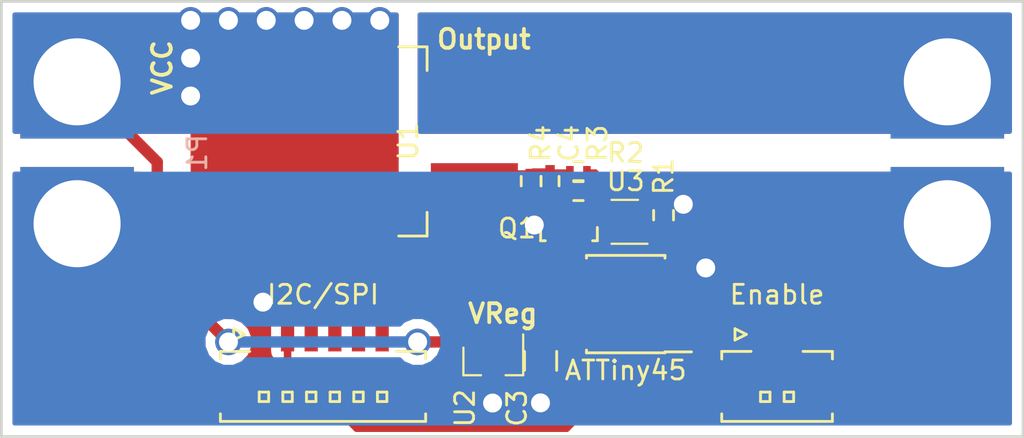
<source format=kicad_pcb>
(kicad_pcb (version 4) (host pcbnew 4.0.4-stable)

  (general
    (links 34)
    (no_connects 0)
    (area 112.924999 80.924999 167.075001 104.075001)
    (thickness 1.6)
    (drawings 7)
    (tracks 118)
    (zones 0)
    (modules 15)
    (nets 15)
  )

  (page A4)
  (layers
    (0 F.Cu signal)
    (31 B.Cu signal)
    (32 B.Adhes user)
    (33 F.Adhes user)
    (34 B.Paste user)
    (35 F.Paste user)
    (36 B.SilkS user hide)
    (37 F.SilkS user)
    (38 B.Mask user)
    (39 F.Mask user)
    (40 Dwgs.User user)
    (41 Cmts.User user)
    (42 Eco1.User user)
    (43 Eco2.User user)
    (44 Edge.Cuts user)
    (45 Margin user)
    (46 B.CrtYd user)
    (47 F.CrtYd user)
    (48 B.Fab user hide)
    (49 F.Fab user hide)
  )

  (setup
    (last_trace_width 0.6)
    (user_trace_width 0.4)
    (user_trace_width 0.5)
    (user_trace_width 0.6)
    (user_trace_width 1)
    (user_trace_width 2)
    (user_trace_width 3)
    (user_trace_width 4)
    (user_trace_width 5)
    (trace_clearance 0.2)
    (zone_clearance 0.508)
    (zone_45_only no)
    (trace_min 0.2)
    (segment_width 0.2)
    (edge_width 0.15)
    (via_size 0.6)
    (via_drill 0.4)
    (via_min_size 0.4)
    (via_min_drill 0.3)
    (user_via 1.4 1)
    (uvia_size 0.3)
    (uvia_drill 0.1)
    (uvias_allowed no)
    (uvia_min_size 0.2)
    (uvia_min_drill 0.1)
    (pcb_text_width 0.3)
    (pcb_text_size 1.5 1.5)
    (mod_edge_width 0.15)
    (mod_text_size 1 1)
    (mod_text_width 0.15)
    (pad_size 1.524 1.524)
    (pad_drill 0.762)
    (pad_to_mask_clearance 0.2)
    (aux_axis_origin 0 0)
    (visible_elements 7FFFEFFF)
    (pcbplotparams
      (layerselection 0x01000_00000001)
      (usegerberextensions false)
      (excludeedgelayer true)
      (linewidth 0.100000)
      (plotframeref false)
      (viasonmask false)
      (mode 1)
      (useauxorigin false)
      (hpglpennumber 1)
      (hpglpenspeed 20)
      (hpglpendiameter 15)
      (hpglpenoverlay 2)
      (psnegative false)
      (psa4output false)
      (plotreference true)
      (plotvalue true)
      (plotinvisibletext false)
      (padsonsilk false)
      (subtractmaskfromsilk false)
      (outputformat 1)
      (mirror false)
      (drillshape 0)
      (scaleselection 1)
      (outputdirectory ../../../../media/mdh/KINGSTON/))
  )

  (net 0 "")
  (net 1 "Net-(Q1-Pad1)")
  (net 2 GND)
  (net 3 VCC)
  (net 4 /Out)
  (net 5 /IN)
  (net 6 /Ifb)
  (net 7 "Net-(IC1-Pad2)")
  (net 8 +3V3)
  (net 9 /RESET)
  (net 10 /SDA/MOSI)
  (net 11 /MISO)
  (net 12 /SCL/SCK)
  (net 13 /ENB1)
  (net 14 /ENB2)

  (net_class Default "This is the default net class."
    (clearance 0.2)
    (trace_width 0.25)
    (via_dia 0.6)
    (via_drill 0.4)
    (uvia_dia 0.3)
    (uvia_drill 0.1)
    (add_net +3V3)
    (add_net /ENB1)
    (add_net /ENB2)
    (add_net /IN)
    (add_net /Ifb)
    (add_net /MISO)
    (add_net /Out)
    (add_net /RESET)
    (add_net /SCL/SCK)
    (add_net /SDA/MOSI)
    (add_net GND)
    (add_net "Net-(IC1-Pad2)")
    (add_net "Net-(Q1-Pad1)")
    (add_net VCC)
  )

  (net_class BigVia ""
    (clearance 0.2)
    (trace_width 0.25)
    (via_dia 1.2)
    (via_drill 1)
    (uvia_dia 0.3)
    (uvia_drill 0.1)
  )

  (module TO_SOT_Packages_SMD:SOT-23 (layer F.Cu) (tedit 553634F8) (tstamp 58357220)
    (at 143 93 180)
    (descr "SOT-23, Standard")
    (tags SOT-23)
    (path /587679DC)
    (attr smd)
    (fp_text reference Q1 (at 2.75 0 180) (layer F.SilkS)
      (effects (font (size 1 1) (thickness 0.15)))
    )
    (fp_text value BSS138 (at 0 2.3 180) (layer F.Fab)
      (effects (font (size 1 1) (thickness 0.15)))
    )
    (fp_line (start -1.65 -1.6) (end 1.65 -1.6) (layer F.CrtYd) (width 0.05))
    (fp_line (start 1.65 -1.6) (end 1.65 1.6) (layer F.CrtYd) (width 0.05))
    (fp_line (start 1.65 1.6) (end -1.65 1.6) (layer F.CrtYd) (width 0.05))
    (fp_line (start -1.65 1.6) (end -1.65 -1.6) (layer F.CrtYd) (width 0.05))
    (fp_line (start 1.29916 -0.65024) (end 1.2509 -0.65024) (layer F.SilkS) (width 0.15))
    (fp_line (start -1.49982 0.0508) (end -1.49982 -0.65024) (layer F.SilkS) (width 0.15))
    (fp_line (start -1.49982 -0.65024) (end -1.2509 -0.65024) (layer F.SilkS) (width 0.15))
    (fp_line (start 1.29916 -0.65024) (end 1.49982 -0.65024) (layer F.SilkS) (width 0.15))
    (fp_line (start 1.49982 -0.65024) (end 1.49982 0.0508) (layer F.SilkS) (width 0.15))
    (pad 1 smd rect (at -0.95 1.00076 180) (size 0.8001 0.8001) (layers F.Cu F.Paste F.Mask)
      (net 1 "Net-(Q1-Pad1)"))
    (pad 2 smd rect (at 0.95 1.00076 180) (size 0.8001 0.8001) (layers F.Cu F.Paste F.Mask)
      (net 2 GND))
    (pad 3 smd rect (at 0 -0.99822 180) (size 0.8001 0.8001) (layers F.Cu F.Paste F.Mask)
      (net 5 /IN))
    (model TO_SOT_Packages_SMD.3dshapes/SOT-23.wrl
      (at (xyz 0 0 0))
      (scale (xyz 1 1 1))
      (rotate (xyz 0 0 0))
    )
  )

  (module KiCad-MDH-IC:TO-263-!3 (layer F.Cu) (tedit 5844163F) (tstamp 58767E0A)
    (at 138 88.4 180)
    (descr "D2PAK / TO-263 3-lead smd package")
    (tags "D2PAK D2PAK-3 TO-263AB TO-263")
    (path /583564EC)
    (attr smd)
    (fp_text reference U1 (at 3.5 0 270) (layer F.SilkS)
      (effects (font (size 1 1) (thickness 0.15)))
    )
    (fp_text value AUIPS7111S (at 15.25 -0.25 270) (layer F.Fab)
      (effects (font (size 1 1) (thickness 0.15)))
    )
    (fp_line (start 14.1 5.65) (end -2.55 5.65) (layer F.CrtYd) (width 0.05))
    (fp_line (start 14.1 -5.65) (end 14.1 5.65) (layer F.CrtYd) (width 0.05))
    (fp_line (start 14.1 -5.65) (end -2.55 -5.65) (layer F.CrtYd) (width 0.05))
    (fp_line (start -2.55 -5.65) (end -2.55 5.65) (layer F.CrtYd) (width 0.05))
    (fp_line (start 2.5 5) (end 2.5 3.75) (layer F.SilkS) (width 0.15))
    (fp_line (start 2.5 5) (end 4 5) (layer F.SilkS) (width 0.15))
    (fp_line (start 2.5 -5) (end 4 -5) (layer F.SilkS) (width 0.15))
    (fp_line (start 2.5 -5) (end 2.5 -3.75) (layer F.SilkS) (width 0.15))
    (pad 5 smd rect (at 0 3.4 180) (size 4.6 1.1) (layers F.Cu F.Paste F.Mask)
      (net 4 /Out))
    (pad 4 smd rect (at 0 1.7 180) (size 4.6 1.1) (layers F.Cu F.Paste F.Mask)
      (net 4 /Out))
    (pad 2 smd rect (at 0 -1.7 180) (size 4.6 1.1) (layers F.Cu F.Paste F.Mask)
      (net 6 /Ifb))
    (pad 3 smd rect (at 9.15 0 180) (size 9.4 10.8) (layers F.Cu F.Paste F.Mask)
      (net 3 VCC))
    (pad 1 smd rect (at 0 -3.4 180) (size 4.6 1.1) (layers F.Cu F.Paste F.Mask)
      (net 5 /IN))
    (model TO_SOT_Packages_SMD.3dshapes/TO-263-5Lead.wrl
      (at (xyz 0 0 0))
      (scale (xyz 1 1 1))
      (rotate (xyz 0 0 90))
    )
  )

  (module KiCad-MDH-Connectors:XT60 (layer B.Cu) (tedit 581F53A9) (tstamp 587680CE)
    (at 117 89 90)
    (tags "XT60 conn")
    (path /58768166)
    (fp_text reference P1 (at 0 6.35 90) (layer B.SilkS)
      (effects (font (size 1 1) (thickness 0.15)) (justify mirror))
    )
    (fp_text value CONN_XT60 (at 0.06 5 90) (layer B.Fab)
      (effects (font (size 1 1) (thickness 0.15)) (justify mirror))
    )
    (fp_line (start -8.25 -2) (end -8.25 2) (layer Dwgs.User) (width 0.15))
    (fp_line (start -8.25 -2) (end -6.25 -4) (layer Dwgs.User) (width 0.15))
    (fp_line (start -8.25 2) (end -6.25 4) (layer Dwgs.User) (width 0.15))
    (fp_line (start 7.75 -4) (end -6.25 -4) (layer Dwgs.User) (width 0.15))
    (fp_line (start -6.25 4) (end 7.75 4) (layer Dwgs.User) (width 0.15))
    (fp_line (start 7.75 -4) (end 7.75 4) (layer Dwgs.User) (width 0.15))
    (pad 1 thru_hole rect (at -3.75 0 90) (size 6 6) (drill 4.6) (layers *.Cu *.Mask)
      (net 2 GND))
    (pad 2 thru_hole rect (at 3.75 0 90) (size 6 6) (drill 4.6) (layers *.Cu *.Mask)
      (net 3 VCC))
  )

  (module KiCad-MDH-Connectors:XT60 (layer B.Cu) (tedit 581F53A9) (tstamp 58768238)
    (at 163 89 90)
    (tags "XT60 conn")
    (path /587684EE)
    (fp_text reference P4 (at 0 6.35 90) (layer B.SilkS)
      (effects (font (size 1 1) (thickness 0.15)) (justify mirror))
    )
    (fp_text value CONN_XT60 (at 0.06 5 90) (layer B.Fab)
      (effects (font (size 1 1) (thickness 0.15)) (justify mirror))
    )
    (fp_line (start -8.25 -2) (end -8.25 2) (layer Dwgs.User) (width 0.15))
    (fp_line (start -8.25 -2) (end -6.25 -4) (layer Dwgs.User) (width 0.15))
    (fp_line (start -8.25 2) (end -6.25 4) (layer Dwgs.User) (width 0.15))
    (fp_line (start 7.75 -4) (end -6.25 -4) (layer Dwgs.User) (width 0.15))
    (fp_line (start -6.25 4) (end 7.75 4) (layer Dwgs.User) (width 0.15))
    (fp_line (start 7.75 -4) (end 7.75 4) (layer Dwgs.User) (width 0.15))
    (pad 1 thru_hole rect (at -3.75 0 90) (size 6 6) (drill 4.6) (layers *.Cu *.Mask)
      (net 2 GND))
    (pad 2 thru_hole rect (at 3.75 0 90) (size 6 6) (drill 4.6) (layers *.Cu *.Mask)
      (net 4 /Out))
  )

  (module TO_SOT_Packages_SMD:SOT-23 (layer F.Cu) (tedit 583F39EB) (tstamp 5876925D)
    (at 139 100 270)
    (descr "SOT-23, Standard")
    (tags SOT-23)
    (path /587697D2)
    (attr smd)
    (fp_text reference U2 (at 2.5 1.5 270) (layer F.SilkS)
      (effects (font (size 1 1) (thickness 0.15)))
    )
    (fp_text value LM3480-5.0 (at 0 2.5 270) (layer F.Fab)
      (effects (font (size 1 1) (thickness 0.15)))
    )
    (fp_line (start 0.76 1.58) (end 0.76 0.65) (layer F.SilkS) (width 0.12))
    (fp_line (start 0.76 -1.58) (end 0.76 -0.65) (layer F.SilkS) (width 0.12))
    (fp_line (start 0.7 -1.52) (end 0.7 1.52) (layer F.Fab) (width 0.15))
    (fp_line (start -0.7 1.52) (end 0.7 1.52) (layer F.Fab) (width 0.15))
    (fp_line (start -1.7 -1.75) (end 1.7 -1.75) (layer F.CrtYd) (width 0.05))
    (fp_line (start 1.7 -1.75) (end 1.7 1.75) (layer F.CrtYd) (width 0.05))
    (fp_line (start 1.7 1.75) (end -1.7 1.75) (layer F.CrtYd) (width 0.05))
    (fp_line (start -1.7 1.75) (end -1.7 -1.75) (layer F.CrtYd) (width 0.05))
    (fp_line (start 0.76 -1.58) (end -1.4 -1.58) (layer F.SilkS) (width 0.12))
    (fp_line (start -0.7 -1.52) (end 0.7 -1.52) (layer F.Fab) (width 0.15))
    (fp_line (start -0.7 -1.52) (end -0.7 1.52) (layer F.Fab) (width 0.15))
    (fp_line (start 0.76 1.58) (end -0.7 1.58) (layer F.SilkS) (width 0.12))
    (pad 1 smd rect (at -1 -0.95 270) (size 0.9 0.8) (layers F.Cu F.Paste F.Mask)
      (net 8 +3V3))
    (pad 2 smd rect (at -1 0.95 270) (size 0.9 0.8) (layers F.Cu F.Paste F.Mask)
      (net 3 VCC))
    (pad 3 smd rect (at 1 0 270) (size 0.9 0.8) (layers F.Cu F.Paste F.Mask)
      (net 2 GND))
    (model TO_SOT_Packages_SMD.3dshapes/SOT-23.wrl
      (at (xyz 0 0 0))
      (scale (xyz 1 1 1))
      (rotate (xyz 0 0 90))
    )
  )

  (module Capacitors_SMD:C_0805 (layer F.Cu) (tedit 5415D6EA) (tstamp 587697DC)
    (at 141.5 100 270)
    (descr "Capacitor SMD 0805, reflow soldering, AVX (see smccp.pdf)")
    (tags "capacitor 0805")
    (path /5876D639)
    (attr smd)
    (fp_text reference C3 (at 2.5 1.25 270) (layer F.SilkS)
      (effects (font (size 1 1) (thickness 0.15)))
    )
    (fp_text value 10uF (at 0 2.1 270) (layer F.Fab)
      (effects (font (size 1 1) (thickness 0.15)))
    )
    (fp_line (start -1 0.625) (end -1 -0.625) (layer F.Fab) (width 0.15))
    (fp_line (start 1 0.625) (end -1 0.625) (layer F.Fab) (width 0.15))
    (fp_line (start 1 -0.625) (end 1 0.625) (layer F.Fab) (width 0.15))
    (fp_line (start -1 -0.625) (end 1 -0.625) (layer F.Fab) (width 0.15))
    (fp_line (start -1.8 -1) (end 1.8 -1) (layer F.CrtYd) (width 0.05))
    (fp_line (start -1.8 1) (end 1.8 1) (layer F.CrtYd) (width 0.05))
    (fp_line (start -1.8 -1) (end -1.8 1) (layer F.CrtYd) (width 0.05))
    (fp_line (start 1.8 -1) (end 1.8 1) (layer F.CrtYd) (width 0.05))
    (fp_line (start 0.5 -0.85) (end -0.5 -0.85) (layer F.SilkS) (width 0.15))
    (fp_line (start -0.5 0.85) (end 0.5 0.85) (layer F.SilkS) (width 0.15))
    (pad 1 smd rect (at -1 0 270) (size 1 1.25) (layers F.Cu F.Paste F.Mask)
      (net 8 +3V3))
    (pad 2 smd rect (at 1 0 270) (size 1 1.25) (layers F.Cu F.Paste F.Mask)
      (net 2 GND))
    (model Capacitors_SMD.3dshapes/C_0805.wrl
      (at (xyz 0 0 0))
      (scale (xyz 1 1 1))
      (rotate (xyz 0 0 0))
    )
  )

  (module TO_SOT_Packages_SMD:SOT-353 (layer F.Cu) (tedit 583F3CBD) (tstamp 587697EF)
    (at 145.95 92.65 180)
    (descr SOT353)
    (path /5876AB47)
    (attr smd)
    (fp_text reference U3 (at -0.05 2.15 180) (layer F.SilkS)
      (effects (font (size 1 1) (thickness 0.15)))
    )
    (fp_text value 74LVC1G08 (at 0 2.25 360) (layer F.Fab)
      (effects (font (size 1 1) (thickness 0.15)))
    )
    (fp_line (start 0.7 -1.16) (end -1.2 -1.16) (layer F.SilkS) (width 0.12))
    (fp_line (start -0.7 1.16) (end 0.7 1.16) (layer F.SilkS) (width 0.12))
    (fp_line (start 1.5 1.35) (end 1.5 -1.35) (layer F.CrtYd) (width 0.05))
    (fp_line (start -1.5 -1.35) (end -1.5 1.35) (layer F.CrtYd) (width 0.05))
    (fp_line (start -1.5 -1.35) (end 1.5 -1.35) (layer F.CrtYd) (width 0.05))
    (fp_line (start 0.675 -1.1) (end -0.675 -1.1) (layer F.Fab) (width 0.15))
    (fp_line (start -0.675 -1.1) (end -0.675 1.1) (layer F.Fab) (width 0.15))
    (fp_line (start -1.5 1.35) (end 1.5 1.35) (layer F.CrtYd) (width 0.05))
    (fp_line (start 0.675 -1.1) (end 0.675 1.1) (layer F.Fab) (width 0.15))
    (fp_line (start 0.675 1.1) (end -0.675 1.1) (layer F.Fab) (width 0.15))
    (pad 1 smd rect (at -0.95 -0.65 180) (size 0.6 0.42) (layers F.Cu F.Paste F.Mask)
      (net 13 /ENB1))
    (pad 3 smd rect (at -0.95 0.65 180) (size 0.6 0.42) (layers F.Cu F.Paste F.Mask)
      (net 2 GND))
    (pad 5 smd rect (at 0.95 -0.65 180) (size 0.6 0.42) (layers F.Cu F.Paste F.Mask)
      (net 8 +3V3))
    (pad 2 smd rect (at -0.95 0 180) (size 0.6 0.42) (layers F.Cu F.Paste F.Mask)
      (net 14 /ENB2))
    (pad 4 smd rect (at 0.95 0.65 180) (size 0.6 0.42) (layers F.Cu F.Paste F.Mask)
      (net 1 "Net-(Q1-Pad1)"))
    (model TO_SOT_Packages_SMD.3dshapes/SOT-353.wrl
      (at (xyz 0 0 0))
      (scale (xyz 0.07000000000000001 0.09 0.08))
      (rotate (xyz 0 0 90))
    )
  )

  (module Housings_SOIC:SOIC-8_3.9x4.9mm_Pitch1.27mm (layer F.Cu) (tedit 5876D658) (tstamp 5876C8E4)
    (at 146 97 180)
    (descr "8-Lead Plastic Small Outline (SN) - Narrow, 3.90 mm Body [SOIC] (see Microchip Packaging Specification 00000049BS.pdf)")
    (tags "SOIC 1.27")
    (path /5876925D)
    (attr smd)
    (fp_text reference ATTiny45 (at 0 -3.5 180) (layer F.SilkS)
      (effects (font (size 1 1) (thickness 0.15)))
    )
    (fp_text value ATTINY45-P (at 0 3.5 180) (layer F.Fab)
      (effects (font (size 1 1) (thickness 0.15)))
    )
    (fp_line (start -0.95 -2.45) (end 1.95 -2.45) (layer F.Fab) (width 0.15))
    (fp_line (start 1.95 -2.45) (end 1.95 2.45) (layer F.Fab) (width 0.15))
    (fp_line (start 1.95 2.45) (end -1.95 2.45) (layer F.Fab) (width 0.15))
    (fp_line (start -1.95 2.45) (end -1.95 -1.45) (layer F.Fab) (width 0.15))
    (fp_line (start -1.95 -1.45) (end -0.95 -2.45) (layer F.Fab) (width 0.15))
    (fp_line (start -3.75 -2.75) (end -3.75 2.75) (layer F.CrtYd) (width 0.05))
    (fp_line (start 3.75 -2.75) (end 3.75 2.75) (layer F.CrtYd) (width 0.05))
    (fp_line (start -3.75 -2.75) (end 3.75 -2.75) (layer F.CrtYd) (width 0.05))
    (fp_line (start -3.75 2.75) (end 3.75 2.75) (layer F.CrtYd) (width 0.05))
    (fp_line (start -2.075 -2.575) (end -2.075 -2.525) (layer F.SilkS) (width 0.15))
    (fp_line (start 2.075 -2.575) (end 2.075 -2.43) (layer F.SilkS) (width 0.15))
    (fp_line (start 2.075 2.575) (end 2.075 2.43) (layer F.SilkS) (width 0.15))
    (fp_line (start -2.075 2.575) (end -2.075 2.43) (layer F.SilkS) (width 0.15))
    (fp_line (start -2.075 -2.575) (end 2.075 -2.575) (layer F.SilkS) (width 0.15))
    (fp_line (start -2.075 2.575) (end 2.075 2.575) (layer F.SilkS) (width 0.15))
    (fp_line (start -2.075 -2.525) (end -3.475 -2.525) (layer F.SilkS) (width 0.15))
    (pad 1 smd rect (at -2.7 -1.905 180) (size 1.55 0.6) (layers F.Cu F.Paste F.Mask)
      (net 9 /RESET))
    (pad 2 smd rect (at -2.7 -0.635 180) (size 1.55 0.6) (layers F.Cu F.Paste F.Mask)
      (net 7 "Net-(IC1-Pad2)"))
    (pad 3 smd rect (at -2.7 0.635 180) (size 1.55 0.6) (layers F.Cu F.Paste F.Mask)
      (net 13 /ENB1))
    (pad 4 smd rect (at -2.7 1.905 180) (size 1.55 0.6) (layers F.Cu F.Paste F.Mask)
      (net 2 GND))
    (pad 5 smd rect (at 2.7 1.905 180) (size 1.55 0.6) (layers F.Cu F.Paste F.Mask)
      (net 10 /SDA/MOSI))
    (pad 6 smd rect (at 2.7 0.635 180) (size 1.55 0.6) (layers F.Cu F.Paste F.Mask)
      (net 11 /MISO))
    (pad 7 smd rect (at 2.7 -0.635 180) (size 1.55 0.6) (layers F.Cu F.Paste F.Mask)
      (net 12 /SCL/SCK))
    (pad 8 smd rect (at 2.7 -1.905 180) (size 1.55 0.6) (layers F.Cu F.Paste F.Mask)
      (net 8 +3V3))
    (model Housings_SOIC.3dshapes/SOIC-8_3.9x4.9mm_Pitch1.27mm.wrl
      (at (xyz 0 0 0))
      (scale (xyz 1 1 1))
      (rotate (xyz 0 0 0))
    )
  )

  (module Connectors_Hirose:Hirose_DF13C-06P-1.25V_06x1.25mm_Straight (layer F.Cu) (tedit 5876D608) (tstamp 5876C8EF)
    (at 130 100)
    (descr "Hirose DF13 series connector, 1.25mm pitch, top entry SMT")
    (tags "connector hirose df13 top straight vertical surface mount SMD SMT")
    (path /5876D1D1)
    (attr smd)
    (fp_text reference I2C/SPI (at 0 -3.5) (layer F.SilkS)
      (effects (font (size 1 1) (thickness 0.15)))
    )
    (fp_text value CONN_01X06 (at 0 4.5) (layer F.Fab)
      (effects (font (size 1 1) (thickness 0.15)))
    )
    (fp_line (start -5.425 -0.5) (end -3.875 -0.5) (layer F.SilkS) (width 0.15))
    (fp_line (start 5.425 -0.5) (end 3.875 -0.5) (layer F.SilkS) (width 0.15))
    (fp_line (start -5.425 -0.5) (end -5.425 -0.1) (layer F.SilkS) (width 0.15))
    (fp_line (start 5.425 -0.5) (end 5.425 -0.1) (layer F.SilkS) (width 0.15))
    (fp_line (start -5.425 3.2) (end 5.425 3.2) (layer F.SilkS) (width 0.15))
    (fp_line (start -5.425 3.2) (end -5.425 2.8) (layer F.SilkS) (width 0.15))
    (fp_line (start 5.425 3.2) (end 5.425 2.8) (layer F.SilkS) (width 0.15))
    (fp_line (start -4.125 -1.4) (end -4.725 -1.7) (layer F.SilkS) (width 0.15))
    (fp_line (start -4.725 -1.7) (end -4.725 -1.1) (layer F.SilkS) (width 0.15))
    (fp_line (start -4.725 -1.1) (end -4.125 -1.4) (layer F.SilkS) (width 0.15))
    (fp_line (start -3.375 1.65) (end -3.375 2.15) (layer F.SilkS) (width 0.15))
    (fp_line (start -3.375 2.15) (end -2.875 2.15) (layer F.SilkS) (width 0.15))
    (fp_line (start -2.875 2.15) (end -2.875 1.65) (layer F.SilkS) (width 0.15))
    (fp_line (start -2.875 1.65) (end -3.375 1.65) (layer F.SilkS) (width 0.15))
    (fp_line (start -2.125 1.65) (end -2.125 2.15) (layer F.SilkS) (width 0.15))
    (fp_line (start -2.125 2.15) (end -1.625 2.15) (layer F.SilkS) (width 0.15))
    (fp_line (start -1.625 2.15) (end -1.625 1.65) (layer F.SilkS) (width 0.15))
    (fp_line (start -1.625 1.65) (end -2.125 1.65) (layer F.SilkS) (width 0.15))
    (fp_line (start -0.875 1.65) (end -0.875 2.15) (layer F.SilkS) (width 0.15))
    (fp_line (start -0.875 2.15) (end -0.375 2.15) (layer F.SilkS) (width 0.15))
    (fp_line (start -0.375 2.15) (end -0.375 1.65) (layer F.SilkS) (width 0.15))
    (fp_line (start -0.375 1.65) (end -0.875 1.65) (layer F.SilkS) (width 0.15))
    (fp_line (start 0.375 1.65) (end 0.375 2.15) (layer F.SilkS) (width 0.15))
    (fp_line (start 0.375 2.15) (end 0.875 2.15) (layer F.SilkS) (width 0.15))
    (fp_line (start 0.875 2.15) (end 0.875 1.65) (layer F.SilkS) (width 0.15))
    (fp_line (start 0.875 1.65) (end 0.375 1.65) (layer F.SilkS) (width 0.15))
    (fp_line (start 1.625 1.65) (end 1.625 2.15) (layer F.SilkS) (width 0.15))
    (fp_line (start 1.625 2.15) (end 2.125 2.15) (layer F.SilkS) (width 0.15))
    (fp_line (start 2.125 2.15) (end 2.125 1.65) (layer F.SilkS) (width 0.15))
    (fp_line (start 2.125 1.65) (end 1.625 1.65) (layer F.SilkS) (width 0.15))
    (fp_line (start 2.875 1.65) (end 2.875 2.15) (layer F.SilkS) (width 0.15))
    (fp_line (start 2.875 2.15) (end 3.375 2.15) (layer F.SilkS) (width 0.15))
    (fp_line (start 3.375 2.15) (end 3.375 1.65) (layer F.SilkS) (width 0.15))
    (fp_line (start 3.375 1.65) (end 2.875 1.65) (layer F.SilkS) (width 0.15))
    (fp_line (start -6.75 -2.85) (end -6.75 3.65) (layer F.CrtYd) (width 0.05))
    (fp_line (start -6.75 3.65) (end 6.75 3.65) (layer F.CrtYd) (width 0.05))
    (fp_line (start 6.75 3.65) (end 6.75 -2.85) (layer F.CrtYd) (width 0.05))
    (fp_line (start 6.75 -2.85) (end -6.75 -2.85) (layer F.CrtYd) (width 0.05))
    (pad 1 smd rect (at -3.125 -1.4) (size 0.7 1.8) (layers F.Cu F.Paste F.Mask)
      (net 2 GND))
    (pad 2 smd rect (at -1.875 -1.4) (size 0.7 1.8) (layers F.Cu F.Paste F.Mask)
      (net 9 /RESET))
    (pad 3 smd rect (at -0.625 -1.4) (size 0.7 1.8) (layers F.Cu F.Paste F.Mask)
      (net 10 /SDA/MOSI))
    (pad 4 smd rect (at 0.625 -1.4) (size 0.7 1.8) (layers F.Cu F.Paste F.Mask)
      (net 11 /MISO))
    (pad 5 smd rect (at 1.875 -1.4) (size 0.7 1.8) (layers F.Cu F.Paste F.Mask)
      (net 12 /SCL/SCK))
    (pad 6 smd rect (at 3.125 -1.4) (size 0.7 1.8) (layers F.Cu F.Paste F.Mask)
      (net 8 +3V3))
    (pad "" smd rect (at 5.375 1.4) (size 1.6 2.2) (layers F.Cu F.Paste F.Mask))
    (pad "" smd rect (at -5.375 1.4) (size 1.6 2.2) (layers F.Cu F.Paste F.Mask))
    (model Connectors_Hirose.3dshapes/Hirose_DF13C-06P-1.25V_06x1.25mm_Straight.wrl
      (at (xyz 0 -0.0275590551181 0))
      (scale (xyz 1 1 1))
      (rotate (xyz 0 0 0))
    )
  )

  (module Connectors_Hirose:Hirose_DF13C-02P-1.25V_02x1.25mm_Straight (layer F.Cu) (tedit 5876D66E) (tstamp 5876C901)
    (at 154 100)
    (descr "Hirose DF13 series connector, 1.25mm pitch, top entry SMT")
    (tags "connector hirose df13 top straight vertical surface mount SMD SMT")
    (path /5876E6E8)
    (attr smd)
    (fp_text reference Enable (at 0 -3.5) (layer F.SilkS)
      (effects (font (size 1 1) (thickness 0.15)))
    )
    (fp_text value CONN_01X02 (at 0 4.5) (layer F.Fab)
      (effects (font (size 1 1) (thickness 0.15)))
    )
    (fp_line (start -2.925 -0.5) (end -1.375 -0.5) (layer F.SilkS) (width 0.15))
    (fp_line (start 2.925 -0.5) (end 1.375 -0.5) (layer F.SilkS) (width 0.15))
    (fp_line (start -2.925 -0.5) (end -2.925 -0.1) (layer F.SilkS) (width 0.15))
    (fp_line (start 2.925 -0.5) (end 2.925 -0.1) (layer F.SilkS) (width 0.15))
    (fp_line (start -2.925 3.2) (end 2.925 3.2) (layer F.SilkS) (width 0.15))
    (fp_line (start -2.925 3.2) (end -2.925 2.8) (layer F.SilkS) (width 0.15))
    (fp_line (start 2.925 3.2) (end 2.925 2.8) (layer F.SilkS) (width 0.15))
    (fp_line (start -1.625 -1.4) (end -2.225 -1.7) (layer F.SilkS) (width 0.15))
    (fp_line (start -2.225 -1.7) (end -2.225 -1.1) (layer F.SilkS) (width 0.15))
    (fp_line (start -2.225 -1.1) (end -1.625 -1.4) (layer F.SilkS) (width 0.15))
    (fp_line (start -0.875 1.65) (end -0.875 2.15) (layer F.SilkS) (width 0.15))
    (fp_line (start -0.875 2.15) (end -0.375 2.15) (layer F.SilkS) (width 0.15))
    (fp_line (start -0.375 2.15) (end -0.375 1.65) (layer F.SilkS) (width 0.15))
    (fp_line (start -0.375 1.65) (end -0.875 1.65) (layer F.SilkS) (width 0.15))
    (fp_line (start 0.375 1.65) (end 0.375 2.15) (layer F.SilkS) (width 0.15))
    (fp_line (start 0.375 2.15) (end 0.875 2.15) (layer F.SilkS) (width 0.15))
    (fp_line (start 0.875 2.15) (end 0.875 1.65) (layer F.SilkS) (width 0.15))
    (fp_line (start 0.875 1.65) (end 0.375 1.65) (layer F.SilkS) (width 0.15))
    (fp_line (start -4.25 -2.85) (end -4.25 3.65) (layer F.CrtYd) (width 0.05))
    (fp_line (start -4.25 3.65) (end 4.25 3.65) (layer F.CrtYd) (width 0.05))
    (fp_line (start 4.25 3.65) (end 4.25 -2.85) (layer F.CrtYd) (width 0.05))
    (fp_line (start 4.25 -2.85) (end -4.25 -2.85) (layer F.CrtYd) (width 0.05))
    (pad 1 smd rect (at -0.625 -1.4) (size 0.7 1.8) (layers F.Cu F.Paste F.Mask)
      (net 8 +3V3))
    (pad 2 smd rect (at 0.625 -1.4) (size 0.7 1.8) (layers F.Cu F.Paste F.Mask)
      (net 14 /ENB2))
    (pad "" smd rect (at 2.875 1.4) (size 1.6 2.2) (layers F.Cu F.Paste F.Mask))
    (pad "" smd rect (at -2.875 1.4) (size 1.6 2.2) (layers F.Cu F.Paste F.Mask))
    (model Connectors_Hirose.3dshapes/Hirose_DF13C-02P-1.25V_02x1.25mm_Straight.wrl
      (at (xyz 0 -0.0275590551181 0))
      (scale (xyz 1 1 1))
      (rotate (xyz 0 0 0))
    )
  )

  (module Capacitors_SMD:C_0402 (layer F.Cu) (tedit 5415D599) (tstamp 5876CF40)
    (at 142 90.5 270)
    (descr "Capacitor SMD 0402, reflow soldering, AVX (see smccp.pdf)")
    (tags "capacitor 0402")
    (path /5876FC10)
    (attr smd)
    (fp_text reference C4 (at -2 -1 270) (layer F.SilkS)
      (effects (font (size 1 1) (thickness 0.15)))
    )
    (fp_text value 1uF (at 0 1.7 270) (layer F.Fab)
      (effects (font (size 1 1) (thickness 0.15)))
    )
    (fp_line (start -0.5 0.25) (end -0.5 -0.25) (layer F.Fab) (width 0.15))
    (fp_line (start 0.5 0.25) (end -0.5 0.25) (layer F.Fab) (width 0.15))
    (fp_line (start 0.5 -0.25) (end 0.5 0.25) (layer F.Fab) (width 0.15))
    (fp_line (start -0.5 -0.25) (end 0.5 -0.25) (layer F.Fab) (width 0.15))
    (fp_line (start -1.15 -0.6) (end 1.15 -0.6) (layer F.CrtYd) (width 0.05))
    (fp_line (start -1.15 0.6) (end 1.15 0.6) (layer F.CrtYd) (width 0.05))
    (fp_line (start -1.15 -0.6) (end -1.15 0.6) (layer F.CrtYd) (width 0.05))
    (fp_line (start 1.15 -0.6) (end 1.15 0.6) (layer F.CrtYd) (width 0.05))
    (fp_line (start 0.25 -0.475) (end -0.25 -0.475) (layer F.SilkS) (width 0.15))
    (fp_line (start -0.25 0.475) (end 0.25 0.475) (layer F.SilkS) (width 0.15))
    (pad 1 smd rect (at -0.55 0 270) (size 0.6 0.5) (layers F.Cu F.Paste F.Mask)
      (net 6 /Ifb))
    (pad 2 smd rect (at 0.55 0 270) (size 0.6 0.5) (layers F.Cu F.Paste F.Mask)
      (net 2 GND))
    (model Capacitors_SMD.3dshapes/C_0402.wrl
      (at (xyz 0 0 0))
      (scale (xyz 1 1 1))
      (rotate (xyz 0 0 0))
    )
  )

  (module Resistors_SMD:R_0402 (layer F.Cu) (tedit 58307A8A) (tstamp 5876CF45)
    (at 148 92.3 90)
    (descr "Resistor SMD 0402, reflow soldering, Vishay (see dcrcw.pdf)")
    (tags "resistor 0402")
    (path /5876E46B)
    (attr smd)
    (fp_text reference R1 (at 2.05 0 90) (layer F.SilkS)
      (effects (font (size 1 1) (thickness 0.15)))
    )
    (fp_text value 4.7k (at 0 1.8 90) (layer F.Fab)
      (effects (font (size 1 1) (thickness 0.15)))
    )
    (fp_line (start -0.5 0.25) (end -0.5 -0.25) (layer F.Fab) (width 0.1))
    (fp_line (start 0.5 0.25) (end -0.5 0.25) (layer F.Fab) (width 0.1))
    (fp_line (start 0.5 -0.25) (end 0.5 0.25) (layer F.Fab) (width 0.1))
    (fp_line (start -0.5 -0.25) (end 0.5 -0.25) (layer F.Fab) (width 0.1))
    (fp_line (start -0.95 -0.65) (end 0.95 -0.65) (layer F.CrtYd) (width 0.05))
    (fp_line (start -0.95 0.65) (end 0.95 0.65) (layer F.CrtYd) (width 0.05))
    (fp_line (start -0.95 -0.65) (end -0.95 0.65) (layer F.CrtYd) (width 0.05))
    (fp_line (start 0.95 -0.65) (end 0.95 0.65) (layer F.CrtYd) (width 0.05))
    (fp_line (start 0.25 -0.525) (end -0.25 -0.525) (layer F.SilkS) (width 0.15))
    (fp_line (start -0.25 0.525) (end 0.25 0.525) (layer F.SilkS) (width 0.15))
    (pad 1 smd rect (at -0.45 0 90) (size 0.4 0.6) (layers F.Cu F.Paste F.Mask)
      (net 14 /ENB2))
    (pad 2 smd rect (at 0.45 0 90) (size 0.4 0.6) (layers F.Cu F.Paste F.Mask)
      (net 2 GND))
    (model Resistors_SMD.3dshapes/R_0402.wrl
      (at (xyz 0 0 0))
      (scale (xyz 1 1 1))
      (rotate (xyz 0 0 0))
    )
  )

  (module Resistors_SMD:R_0402 (layer F.Cu) (tedit 58307A8A) (tstamp 5876CF4A)
    (at 143.5 91 180)
    (descr "Resistor SMD 0402, reflow soldering, Vishay (see dcrcw.pdf)")
    (tags "resistor 0402")
    (path /583570F7)
    (attr smd)
    (fp_text reference R2 (at -2.5 2 180) (layer F.SilkS)
      (effects (font (size 1 1) (thickness 0.15)))
    )
    (fp_text value 4.7k (at 0 1.8 180) (layer F.Fab)
      (effects (font (size 1 1) (thickness 0.15)))
    )
    (fp_line (start -0.5 0.25) (end -0.5 -0.25) (layer F.Fab) (width 0.1))
    (fp_line (start 0.5 0.25) (end -0.5 0.25) (layer F.Fab) (width 0.1))
    (fp_line (start 0.5 -0.25) (end 0.5 0.25) (layer F.Fab) (width 0.1))
    (fp_line (start -0.5 -0.25) (end 0.5 -0.25) (layer F.Fab) (width 0.1))
    (fp_line (start -0.95 -0.65) (end 0.95 -0.65) (layer F.CrtYd) (width 0.05))
    (fp_line (start -0.95 0.65) (end 0.95 0.65) (layer F.CrtYd) (width 0.05))
    (fp_line (start -0.95 -0.65) (end -0.95 0.65) (layer F.CrtYd) (width 0.05))
    (fp_line (start 0.95 -0.65) (end 0.95 0.65) (layer F.CrtYd) (width 0.05))
    (fp_line (start 0.25 -0.525) (end -0.25 -0.525) (layer F.SilkS) (width 0.15))
    (fp_line (start -0.25 0.525) (end 0.25 0.525) (layer F.SilkS) (width 0.15))
    (pad 1 smd rect (at -0.45 0 180) (size 0.4 0.6) (layers F.Cu F.Paste F.Mask)
      (net 1 "Net-(Q1-Pad1)"))
    (pad 2 smd rect (at 0.45 0 180) (size 0.4 0.6) (layers F.Cu F.Paste F.Mask)
      (net 2 GND))
    (model Resistors_SMD.3dshapes/R_0402.wrl
      (at (xyz 0 0 0))
      (scale (xyz 1 1 1))
      (rotate (xyz 0 0 0))
    )
  )

  (module Resistors_SMD:R_0402 (layer F.Cu) (tedit 58307A8A) (tstamp 5876CF4F)
    (at 143.5 90)
    (descr "Resistor SMD 0402, reflow soldering, Vishay (see dcrcw.pdf)")
    (tags "resistor 0402")
    (path /58357DFE)
    (attr smd)
    (fp_text reference R3 (at 1 -1.5 90) (layer F.SilkS)
      (effects (font (size 1 1) (thickness 0.15)))
    )
    (fp_text value 10k (at 0 1.8) (layer F.Fab)
      (effects (font (size 1 1) (thickness 0.15)))
    )
    (fp_line (start -0.5 0.25) (end -0.5 -0.25) (layer F.Fab) (width 0.1))
    (fp_line (start 0.5 0.25) (end -0.5 0.25) (layer F.Fab) (width 0.1))
    (fp_line (start 0.5 -0.25) (end 0.5 0.25) (layer F.Fab) (width 0.1))
    (fp_line (start -0.5 -0.25) (end 0.5 -0.25) (layer F.Fab) (width 0.1))
    (fp_line (start -0.95 -0.65) (end 0.95 -0.65) (layer F.CrtYd) (width 0.05))
    (fp_line (start -0.95 0.65) (end 0.95 0.65) (layer F.CrtYd) (width 0.05))
    (fp_line (start -0.95 -0.65) (end -0.95 0.65) (layer F.CrtYd) (width 0.05))
    (fp_line (start 0.95 -0.65) (end 0.95 0.65) (layer F.CrtYd) (width 0.05))
    (fp_line (start 0.25 -0.525) (end -0.25 -0.525) (layer F.SilkS) (width 0.15))
    (fp_line (start -0.25 0.525) (end 0.25 0.525) (layer F.SilkS) (width 0.15))
    (pad 1 smd rect (at -0.45 0) (size 0.4 0.6) (layers F.Cu F.Paste F.Mask)
      (net 6 /Ifb))
    (pad 2 smd rect (at 0.45 0) (size 0.4 0.6) (layers F.Cu F.Paste F.Mask)
      (net 7 "Net-(IC1-Pad2)"))
    (model Resistors_SMD.3dshapes/R_0402.wrl
      (at (xyz 0 0 0))
      (scale (xyz 1 1 1))
      (rotate (xyz 0 0 0))
    )
  )

  (module Resistors_SMD:R_0402 (layer F.Cu) (tedit 58307A8A) (tstamp 5876CF54)
    (at 141 90.5 270)
    (descr "Resistor SMD 0402, reflow soldering, Vishay (see dcrcw.pdf)")
    (tags "resistor 0402")
    (path /58357C8A)
    (attr smd)
    (fp_text reference R4 (at -2 -0.5 270) (layer F.SilkS)
      (effects (font (size 1 1) (thickness 0.15)))
    )
    (fp_text value 3.3k (at 0 1.8 270) (layer F.Fab)
      (effects (font (size 1 1) (thickness 0.15)))
    )
    (fp_line (start -0.5 0.25) (end -0.5 -0.25) (layer F.Fab) (width 0.1))
    (fp_line (start 0.5 0.25) (end -0.5 0.25) (layer F.Fab) (width 0.1))
    (fp_line (start 0.5 -0.25) (end 0.5 0.25) (layer F.Fab) (width 0.1))
    (fp_line (start -0.5 -0.25) (end 0.5 -0.25) (layer F.Fab) (width 0.1))
    (fp_line (start -0.95 -0.65) (end 0.95 -0.65) (layer F.CrtYd) (width 0.05))
    (fp_line (start -0.95 0.65) (end 0.95 0.65) (layer F.CrtYd) (width 0.05))
    (fp_line (start -0.95 -0.65) (end -0.95 0.65) (layer F.CrtYd) (width 0.05))
    (fp_line (start 0.95 -0.65) (end 0.95 0.65) (layer F.CrtYd) (width 0.05))
    (fp_line (start 0.25 -0.525) (end -0.25 -0.525) (layer F.SilkS) (width 0.15))
    (fp_line (start -0.25 0.525) (end 0.25 0.525) (layer F.SilkS) (width 0.15))
    (pad 1 smd rect (at -0.45 0 270) (size 0.4 0.6) (layers F.Cu F.Paste F.Mask)
      (net 6 /Ifb))
    (pad 2 smd rect (at 0.45 0 270) (size 0.4 0.6) (layers F.Cu F.Paste F.Mask)
      (net 2 GND))
    (model Resistors_SMD.3dshapes/R_0402.wrl
      (at (xyz 0 0 0))
      (scale (xyz 1 1 1))
      (rotate (xyz 0 0 0))
    )
  )

  (gr_text Output (at 138.5 83) (layer F.SilkS) (tstamp 5876D686)
    (effects (font (size 1 1) (thickness 0.2)))
  )
  (gr_text VReg (at 139.5 97.5) (layer F.SilkS)
    (effects (font (size 1 1) (thickness 0.2)))
  )
  (gr_text VCC (at 121.5 84.5 90) (layer F.SilkS)
    (effects (font (size 1 1) (thickness 0.2)))
  )
  (gr_line (start 113 81) (end 167 81) (layer Edge.Cuts) (width 0.15))
  (gr_line (start 113 104) (end 113 81) (layer Edge.Cuts) (width 0.15))
  (gr_line (start 167 104) (end 113 104) (layer Edge.Cuts) (width 0.15))
  (gr_line (start 167 81) (end 167 104) (layer Edge.Cuts) (width 0.15))

  (segment (start 143.95 91.99924) (end 144.99924 91.99924) (width 0.25) (layer F.Cu) (net 1))
  (segment (start 144.99924 91.99924) (end 145 92) (width 0.25) (layer F.Cu) (net 1))
  (segment (start 143.95 91) (end 143.95 91.99924) (width 0.25) (layer F.Cu) (net 1))
  (segment (start 150.222411 95.095) (end 150.22955 95.087861) (width 0.6) (layer F.Cu) (net 2))
  (segment (start 148.7 95.095) (end 150.222411 95.095) (width 0.6) (layer F.Cu) (net 2))
  (via (at 150.22955 95.087861) (size 1.4) (drill 1) (layers F.Cu B.Cu) (net 2))
  (segment (start 141.5 101) (end 141.5 102.214809) (width 0.6) (layer F.Cu) (net 2))
  (via (at 141.49476 102.220049) (size 1.4) (drill 1) (layers F.Cu B.Cu) (net 2))
  (segment (start 141.5 102.214809) (end 141.49476 102.220049) (width 0.6) (layer F.Cu) (net 2))
  (segment (start 148.920329 91.85) (end 149.045339 91.72499) (width 0.25) (layer F.Cu) (net 2))
  (segment (start 148 91.85) (end 148.920329 91.85) (width 0.25) (layer F.Cu) (net 2))
  (via (at 149.045339 91.72499) (size 1.4) (drill 1) (layers F.Cu B.Cu) (net 2))
  (segment (start 126.875 96.94737) (end 126.823786 96.896156) (width 0.6) (layer F.Cu) (net 2))
  (segment (start 126.875 98.6) (end 126.875 96.94737) (width 0.6) (layer F.Cu) (net 2))
  (via (at 126.823786 96.896156) (size 1.4) (drill 1) (layers F.Cu B.Cu) (net 2))
  (segment (start 141.988502 91.99924) (end 141.867107 92.120635) (width 0.6) (layer F.Cu) (net 2))
  (segment (start 142.05 91.99924) (end 141.988502 91.99924) (width 0.6) (layer F.Cu) (net 2))
  (segment (start 141.867107 92.120635) (end 141.167108 92.820634) (width 0.6) (layer F.Cu) (net 2))
  (via (at 141.167108 92.820634) (size 1.4) (drill 1) (layers F.Cu B.Cu) (net 2))
  (segment (start 139 102.191877) (end 138.96233 102.229547) (width 0.6) (layer F.Cu) (net 2))
  (segment (start 139 101) (end 139 102.191877) (width 0.6) (layer F.Cu) (net 2))
  (via (at 138.96233 102.229547) (size 1.4) (drill 1) (layers F.Cu B.Cu) (net 2))
  (segment (start 141.5 101) (end 139 101) (width 0.6) (layer F.Cu) (net 2))
  (segment (start 146.9 92) (end 147.85 92) (width 0.25) (layer F.Cu) (net 2))
  (segment (start 147.85 92) (end 148 91.85) (width 0.25) (layer F.Cu) (net 2))
  (segment (start 142.05 91.99924) (end 142.05 91.1) (width 0.25) (layer F.Cu) (net 2))
  (segment (start 142.05 91.1) (end 142 91.05) (width 0.25) (layer F.Cu) (net 2))
  (segment (start 142 91.05) (end 143 91.05) (width 0.25) (layer F.Cu) (net 2))
  (segment (start 143 91.05) (end 143.05 91) (width 0.25) (layer F.Cu) (net 2))
  (segment (start 141 90.95) (end 141.9 90.95) (width 0.25) (layer F.Cu) (net 2))
  (segment (start 141.9 90.95) (end 142 91.05) (width 0.25) (layer F.Cu) (net 2))
  (segment (start 125 99) (end 121.237158 95.237158) (width 0.6) (layer F.Cu) (net 3))
  (segment (start 121.237158 95.237158) (end 121.237158 89.487158) (width 0.6) (layer F.Cu) (net 3))
  (segment (start 121.237158 89.487158) (end 117 85.25) (width 0.6) (layer F.Cu) (net 3))
  (segment (start 135 99) (end 125 99) (width 0.6) (layer B.Cu) (net 3))
  (via (at 125 99) (size 1.4) (drill 1) (layers F.Cu B.Cu) (net 3))
  (segment (start 138.05 99) (end 135 99) (width 0.6) (layer F.Cu) (net 3))
  (via (at 135 99) (size 1.4) (drill 1) (layers F.Cu B.Cu) (net 3))
  (segment (start 123 84) (end 123 86) (width 0.25) (layer B.Cu) (net 3))
  (via (at 123 86) (size 1.4) (drill 1) (layers F.Cu B.Cu) (net 3))
  (segment (start 123 82) (end 123 84) (width 0.25) (layer F.Cu) (net 3))
  (via (at 123 84) (size 1.4) (drill 1) (layers F.Cu B.Cu) (net 3))
  (segment (start 125 82) (end 123 82) (width 0.25) (layer B.Cu) (net 3))
  (via (at 123 82) (size 1.4) (drill 1) (layers F.Cu B.Cu) (net 3))
  (segment (start 127 82) (end 125 82) (width 0.25) (layer F.Cu) (net 3))
  (via (at 125 82) (size 1.4) (drill 1) (layers F.Cu B.Cu) (net 3))
  (segment (start 129 82) (end 127 82) (width 0.25) (layer B.Cu) (net 3))
  (via (at 127 82) (size 1.4) (drill 1) (layers F.Cu B.Cu) (net 3))
  (segment (start 131 82) (end 129 82) (width 0.25) (layer F.Cu) (net 3))
  (via (at 129 82) (size 1.4) (drill 1) (layers F.Cu B.Cu) (net 3))
  (segment (start 129.6 82) (end 131 82) (width 0.25) (layer F.Cu) (net 3))
  (segment (start 131 82) (end 133 82) (width 0.25) (layer F.Cu) (net 3))
  (segment (start 133 82) (end 131 82) (width 0.25) (layer B.Cu) (net 3))
  (via (at 131 82) (size 1.4) (drill 1) (layers F.Cu B.Cu) (net 3))
  (segment (start 128.85 88.4) (end 128.85 82.75) (width 0.25) (layer F.Cu) (net 3))
  (segment (start 128.85 82.75) (end 129.6 82) (width 0.25) (layer F.Cu) (net 3))
  (via (at 133 82) (size 1.4) (drill 1) (layers F.Cu B.Cu) (net 3))
  (segment (start 138 91.8) (end 138 92.85) (width 0.5) (layer F.Cu) (net 5))
  (segment (start 138 92.85) (end 139.14822 93.99822) (width 0.5) (layer F.Cu) (net 5))
  (segment (start 142.09995 93.99822) (end 143 93.99822) (width 0.5) (layer F.Cu) (net 5))
  (segment (start 139.14822 93.99822) (end 142.09995 93.99822) (width 0.5) (layer F.Cu) (net 5))
  (segment (start 141 90.05) (end 138.05 90.05) (width 0.25) (layer F.Cu) (net 6))
  (segment (start 138.05 90.05) (end 138 90.1) (width 0.25) (layer F.Cu) (net 6))
  (segment (start 142 89.95) (end 141.1 89.95) (width 0.25) (layer F.Cu) (net 6))
  (segment (start 141.1 89.95) (end 141 90.05) (width 0.25) (layer F.Cu) (net 6))
  (segment (start 143.05 90) (end 142.05 90) (width 0.25) (layer F.Cu) (net 6))
  (segment (start 142.05 90) (end 142 89.95) (width 0.25) (layer F.Cu) (net 6))
  (segment (start 148.7 97.635) (end 147.443371 97.635) (width 0.25) (layer F.Cu) (net 7))
  (segment (start 147.443371 97.635) (end 145.949808 96.141437) (width 0.25) (layer F.Cu) (net 7))
  (segment (start 145.949808 96.141437) (end 145.949808 91.549808) (width 0.25) (layer F.Cu) (net 7))
  (segment (start 145.949808 91.549808) (end 144.4 90) (width 0.25) (layer F.Cu) (net 7))
  (segment (start 144.4 90) (end 143.95 90) (width 0.25) (layer F.Cu) (net 7))
  (segment (start 144.419999 98.260001) (end 144 98.68) (width 0.25) (layer F.Cu) (net 8))
  (segment (start 152.775 98.6) (end 152.435001 98.260001) (width 0.25) (layer F.Cu) (net 8))
  (segment (start 153.375 98.6) (end 152.775 98.6) (width 0.25) (layer F.Cu) (net 8))
  (segment (start 152.435001 98.260001) (end 144.419999 98.260001) (width 0.25) (layer F.Cu) (net 8))
  (segment (start 143.775 98.905) (end 144 98.68) (width 0.4) (layer F.Cu) (net 8))
  (segment (start 144 98.68) (end 145 97.68) (width 0.4) (layer F.Cu) (net 8))
  (segment (start 143.3 98.905) (end 143.775 98.905) (width 0.4) (layer F.Cu) (net 8))
  (segment (start 145 97.68) (end 145 93.91) (width 0.4) (layer F.Cu) (net 8))
  (segment (start 145 93.91) (end 145 93.3) (width 0.4) (layer F.Cu) (net 8))
  (segment (start 141.5 99) (end 143.205 99) (width 0.4) (layer F.Cu) (net 8))
  (segment (start 143.205 99) (end 143.3 98.905) (width 0.4) (layer F.Cu) (net 8))
  (segment (start 139.95 99) (end 141.5 99) (width 0.4) (layer F.Cu) (net 8))
  (segment (start 139.95 99) (end 139.95 98.95) (width 0.4) (layer F.Cu) (net 8))
  (segment (start 138.377941 97.377941) (end 133.817647 97.377941) (width 0.4) (layer F.Cu) (net 8))
  (segment (start 139.95 98.95) (end 138.377941 97.377941) (width 0.4) (layer F.Cu) (net 8))
  (segment (start 133.817647 97.377941) (end 133.125 98.070588) (width 0.4) (layer F.Cu) (net 8))
  (segment (start 133.125 98.070588) (end 133.125 98.6) (width 0.4) (layer F.Cu) (net 8))
  (segment (start 128.125 98.6) (end 128.125 99.9) (width 0.4) (layer F.Cu) (net 9))
  (segment (start 131.782428 103.557428) (end 142.872572 103.557428) (width 0.4) (layer F.Cu) (net 9))
  (segment (start 128.125 99.9) (end 131.782428 103.557428) (width 0.4) (layer F.Cu) (net 9))
  (segment (start 142.872572 103.557428) (end 147.525 98.905) (width 0.4) (layer F.Cu) (net 9))
  (segment (start 147.525 98.905) (end 148.7 98.905) (width 0.4) (layer F.Cu) (net 9))
  (segment (start 129.375 97.3) (end 129.375 98.6) (width 0.4) (layer F.Cu) (net 10))
  (segment (start 131.58 95.095) (end 129.375 97.3) (width 0.4) (layer F.Cu) (net 10))
  (segment (start 143.3 95.095) (end 131.58 95.095) (width 0.4) (layer F.Cu) (net 10))
  (segment (start 130.625 97.3) (end 130.625 98.6) (width 0.4) (layer F.Cu) (net 11))
  (segment (start 130.625 97.179388) (end 130.625 97.3) (width 0.4) (layer F.Cu) (net 11))
  (segment (start 131.945262 95.859126) (end 130.625 97.179388) (width 0.4) (layer F.Cu) (net 11))
  (segment (start 139.9284 95.859126) (end 131.945262 95.859126) (width 0.4) (layer F.Cu) (net 11))
  (segment (start 140.434274 96.365) (end 139.9284 95.859126) (width 0.4) (layer F.Cu) (net 11))
  (segment (start 143.3 96.365) (end 140.434274 96.365) (width 0.4) (layer F.Cu) (net 11))
  (segment (start 143.3 97.635) (end 140.109368 97.635) (width 0.4) (layer F.Cu) (net 12))
  (segment (start 140.109368 97.635) (end 139.069123 96.594755) (width 0.4) (layer F.Cu) (net 12))
  (segment (start 139.069123 96.594755) (end 132.580245 96.594755) (width 0.4) (layer F.Cu) (net 12))
  (segment (start 132.580245 96.594755) (end 131.875 97.3) (width 0.4) (layer F.Cu) (net 12))
  (segment (start 131.875 97.3) (end 131.875 98.6) (width 0.4) (layer F.Cu) (net 12))
  (segment (start 148.7 96.365) (end 147.410003 96.365) (width 0.25) (layer F.Cu) (net 13))
  (segment (start 147.410003 96.365) (end 146.9 95.854997) (width 0.25) (layer F.Cu) (net 13))
  (segment (start 146.9 95.854997) (end 146.9 93.76) (width 0.25) (layer F.Cu) (net 13))
  (segment (start 146.9 93.76) (end 146.9 93.3) (width 0.25) (layer F.Cu) (net 13))
  (segment (start 154.625 98.6) (end 154.625 97.45) (width 0.25) (layer F.Cu) (net 14))
  (segment (start 154.625 97.45) (end 149.925 92.75) (width 0.25) (layer F.Cu) (net 14))
  (segment (start 149.925 92.75) (end 148.55 92.75) (width 0.25) (layer F.Cu) (net 14))
  (segment (start 148.55 92.75) (end 148 92.75) (width 0.25) (layer F.Cu) (net 14))
  (segment (start 146.9 92.65) (end 147.9 92.65) (width 0.25) (layer F.Cu) (net 14))
  (segment (start 147.9 92.65) (end 148 92.75) (width 0.25) (layer F.Cu) (net 14))

  (zone (net 3) (net_name VCC) (layer F.Cu) (tstamp 0) (hatch edge 0.508)
    (connect_pads yes (clearance 0.508))
    (min_thickness 0.254)
    (fill yes (arc_segments 16) (thermal_gap 0.508) (thermal_bridge_width 0.508))
    (polygon
      (pts
        (xy 134 94) (xy 134 81) (xy 113 81) (xy 113 88) (xy 123 88)
        (xy 123 94)
      )
    )
    (filled_polygon
      (pts
        (xy 133.873 93.873) (xy 123.127 93.873) (xy 123.127 88) (xy 123.116994 87.95059) (xy 123.088553 87.908965)
        (xy 123.046159 87.881685) (xy 123 87.873) (xy 113.71 87.873) (xy 113.71 81.71) (xy 133.873 81.71)
      )
    )
  )
  (zone (net 3) (net_name VCC) (layer B.Cu) (tstamp 587683A9) (hatch edge 0.508)
    (connect_pads yes (clearance 0.508))
    (min_thickness 0.254)
    (fill yes (arc_segments 16) (thermal_gap 0.508) (thermal_bridge_width 0.508))
    (polygon
      (pts
        (xy 134 81) (xy 134 88) (xy 113 88) (xy 113 81)
      )
    )
    (filled_polygon
      (pts
        (xy 133.873 87.873) (xy 113.71 87.873) (xy 113.71 81.71) (xy 133.873 81.71)
      )
    )
  )
  (zone (net 2) (net_name GND) (layer B.Cu) (tstamp 587686A3) (hatch edge 0.508)
    (connect_pads yes (clearance 0.508))
    (min_thickness 0.254)
    (fill yes (arc_segments 16) (thermal_gap 0.508) (thermal_bridge_width 0.508))
    (polygon
      (pts
        (xy 167 90) (xy 167 104) (xy 113 104) (xy 113 90)
      )
    )
    (filled_polygon
      (pts
        (xy 166.29 103.29) (xy 113.71 103.29) (xy 113.71 99.264383) (xy 123.664769 99.264383) (xy 123.867582 99.755229)
        (xy 124.242796 100.131098) (xy 124.733287 100.334768) (xy 125.264383 100.335231) (xy 125.755229 100.132418) (xy 125.952992 99.935)
        (xy 134.04704 99.935) (xy 134.242796 100.131098) (xy 134.733287 100.334768) (xy 135.264383 100.335231) (xy 135.755229 100.132418)
        (xy 136.131098 99.757204) (xy 136.334768 99.266713) (xy 136.335231 98.735617) (xy 136.132418 98.244771) (xy 135.757204 97.868902)
        (xy 135.266713 97.665232) (xy 134.735617 97.664769) (xy 134.244771 97.867582) (xy 134.047008 98.065) (xy 125.95296 98.065)
        (xy 125.757204 97.868902) (xy 125.266713 97.665232) (xy 124.735617 97.664769) (xy 124.244771 97.867582) (xy 123.868902 98.242796)
        (xy 123.665232 98.733287) (xy 123.664769 99.264383) (xy 113.71 99.264383) (xy 113.71 90.127) (xy 166.29 90.127)
      )
    )
  )
  (zone (net 4) (net_name /Out) (layer F.Cu) (tstamp 587686C2) (hatch edge 0.508)
    (connect_pads yes (clearance 0.508))
    (min_thickness 0.254)
    (fill yes (arc_segments 16) (thermal_gap 0.508) (thermal_bridge_width 0.508))
    (polygon
      (pts
        (xy 167 88) (xy 167 81) (xy 135 81) (xy 135 88)
      )
    )
    (filled_polygon
      (pts
        (xy 166.29 87.873) (xy 135.127 87.873) (xy 135.127 81.71) (xy 166.29 81.71)
      )
    )
  )
  (zone (net 4) (net_name /Out) (layer B.Cu) (tstamp 5876D3BB) (hatch edge 0.508)
    (connect_pads yes (clearance 0.508))
    (min_thickness 0.254)
    (fill yes (arc_segments 16) (thermal_gap 0.508) (thermal_bridge_width 0.508))
    (polygon
      (pts
        (xy 167 81) (xy 167 88) (xy 135 88) (xy 135 81)
      )
    )
    (filled_polygon
      (pts
        (xy 166.29 87.873) (xy 135.127 87.873) (xy 135.127 81.71) (xy 166.29 81.71)
      )
    )
  )
  (zone (net 2) (net_name GND) (layer F.Cu) (tstamp 5876D49D) (hatch edge 0.508)
    (connect_pads yes (clearance 0.508))
    (min_thickness 0.254)
    (fill yes (arc_segments 16) (thermal_gap 0.508) (thermal_bridge_width 0.508))
    (polygon
      (pts
        (xy 167 104) (xy 167 90) (xy 135 90) (xy 135 96) (xy 121 96)
        (xy 121 90) (xy 113 90) (xy 112.950674 95) (xy 113 104)
      )
    )
    (filled_polygon
      (pts
        (xy 120.302158 95.237158) (xy 120.373331 95.594967) (xy 120.576013 95.898303) (xy 123.665011 98.987301) (xy 123.664769 99.264383)
        (xy 123.82516 99.65256) (xy 123.825 99.65256) (xy 123.589683 99.696838) (xy 123.373559 99.83591) (xy 123.228569 100.04811)
        (xy 123.17756 100.3) (xy 123.17756 102.5) (xy 123.221838 102.735317) (xy 123.36091 102.951441) (xy 123.57311 103.096431)
        (xy 123.825 103.14744) (xy 125.425 103.14744) (xy 125.660317 103.103162) (xy 125.876441 102.96409) (xy 126.021431 102.75189)
        (xy 126.07244 102.5) (xy 126.07244 100.3) (xy 126.028162 100.064683) (xy 125.947951 99.940032) (xy 126.131098 99.757204)
        (xy 126.334768 99.266713) (xy 126.335231 98.735617) (xy 126.132418 98.244771) (xy 125.757204 97.868902) (xy 125.266713 97.665232)
        (xy 124.987278 97.664988) (xy 123.44929 96.127) (xy 129.367132 96.127) (xy 128.784566 96.709566) (xy 128.603561 96.980459)
        (xy 128.584796 97.074794) (xy 128.475 97.05256) (xy 127.775 97.05256) (xy 127.539683 97.096838) (xy 127.323559 97.23591)
        (xy 127.178569 97.44811) (xy 127.12756 97.7) (xy 127.12756 99.5) (xy 127.171838 99.735317) (xy 127.295455 99.927423)
        (xy 127.353561 100.219541) (xy 127.430863 100.335231) (xy 127.534566 100.490434) (xy 130.334132 103.29) (xy 113.71 103.29)
        (xy 113.71 90.127) (xy 120.302158 90.127)
      )
    )
    (filled_polygon
      (pts
        (xy 166.29 103.29) (xy 142.890868 103.29) (xy 145.880868 100.3) (xy 149.67756 100.3) (xy 149.67756 102.5)
        (xy 149.721838 102.735317) (xy 149.86091 102.951441) (xy 150.07311 103.096431) (xy 150.325 103.14744) (xy 151.925 103.14744)
        (xy 152.160317 103.103162) (xy 152.376441 102.96409) (xy 152.521431 102.75189) (xy 152.57244 102.5) (xy 152.57244 100.3)
        (xy 155.42756 100.3) (xy 155.42756 102.5) (xy 155.471838 102.735317) (xy 155.61091 102.951441) (xy 155.82311 103.096431)
        (xy 156.075 103.14744) (xy 157.675 103.14744) (xy 157.910317 103.103162) (xy 158.126441 102.96409) (xy 158.271431 102.75189)
        (xy 158.32244 102.5) (xy 158.32244 100.3) (xy 158.278162 100.064683) (xy 158.13909 99.848559) (xy 157.92689 99.703569)
        (xy 157.675 99.65256) (xy 156.075 99.65256) (xy 155.839683 99.696838) (xy 155.623559 99.83591) (xy 155.478569 100.04811)
        (xy 155.42756 100.3) (xy 152.57244 100.3) (xy 152.528162 100.064683) (xy 152.38909 99.848559) (xy 152.17689 99.703569)
        (xy 151.925 99.65256) (xy 150.325 99.65256) (xy 150.089683 99.696838) (xy 149.873559 99.83591) (xy 149.728569 100.04811)
        (xy 149.67756 100.3) (xy 145.880868 100.3) (xy 146.440868 99.74) (xy 147.583203 99.74) (xy 147.67311 99.801431)
        (xy 147.925 99.85244) (xy 149.475 99.85244) (xy 149.710317 99.808162) (xy 149.926441 99.66909) (xy 150.071431 99.45689)
        (xy 150.12244 99.205) (xy 150.12244 99.020001) (xy 152.120199 99.020001) (xy 152.237599 99.137401) (xy 152.37756 99.23092)
        (xy 152.37756 99.5) (xy 152.421838 99.735317) (xy 152.56091 99.951441) (xy 152.77311 100.096431) (xy 153.025 100.14744)
        (xy 153.725 100.14744) (xy 153.960317 100.103162) (xy 153.997728 100.079088) (xy 154.02311 100.096431) (xy 154.275 100.14744)
        (xy 154.975 100.14744) (xy 155.210317 100.103162) (xy 155.426441 99.96409) (xy 155.571431 99.75189) (xy 155.62244 99.5)
        (xy 155.62244 97.7) (xy 155.578162 97.464683) (xy 155.43909 97.248559) (xy 155.33012 97.174103) (xy 155.327148 97.159161)
        (xy 155.162401 96.912599) (xy 150.462401 92.212599) (xy 150.215839 92.047852) (xy 149.925 91.99) (xy 148.605209 91.99)
        (xy 148.55189 91.953569) (xy 148.3 91.90256) (xy 147.963143 91.90256) (xy 147.9 91.89) (xy 147.519844 91.89)
        (xy 147.45189 91.843569) (xy 147.2 91.79256) (xy 146.709808 91.79256) (xy 146.709808 91.549808) (xy 146.651956 91.258969)
        (xy 146.555151 91.11409) (xy 146.487209 91.012406) (xy 145.601802 90.127) (xy 166.29 90.127)
      )
    )
    (filled_polygon
      (pts
        (xy 139.08591 99.901441) (xy 139.29811 100.046431) (xy 139.55 100.09744) (xy 140.35 100.09744) (xy 140.565297 100.056929)
        (xy 140.62311 100.096431) (xy 140.875 100.14744) (xy 142.125 100.14744) (xy 142.360317 100.103162) (xy 142.576441 99.96409)
        (xy 142.652728 99.85244) (xy 143.966692 99.85244) (xy 141.096704 102.722428) (xy 136.777397 102.722428) (xy 136.82244 102.5)
        (xy 136.82244 100.3) (xy 136.778162 100.064683) (xy 136.694713 99.935) (xy 137.235025 99.935) (xy 137.39811 100.046431)
        (xy 137.65 100.09744) (xy 138.45 100.09744) (xy 138.685317 100.053162) (xy 138.901441 99.91409) (xy 139.000633 99.768917)
      )
    )
    (filled_polygon
      (pts
        (xy 153.152758 97.05256) (xy 153.025 97.05256) (xy 152.789683 97.096838) (xy 152.573559 97.23591) (xy 152.428569 97.44811)
        (xy 152.418061 97.500001) (xy 150.12244 97.500001) (xy 150.12244 97.335) (xy 150.078162 97.099683) (xy 150.014322 97.000472)
        (xy 150.071431 96.91689) (xy 150.12244 96.665) (xy 150.12244 96.065) (xy 150.078162 95.829683) (xy 149.93909 95.613559)
        (xy 149.72689 95.468569) (xy 149.475 95.41756) (xy 147.925 95.41756) (xy 147.689683 95.461838) (xy 147.66 95.480938)
        (xy 147.66 93.961563) (xy 147.796431 93.76189) (xy 147.829733 93.59744) (xy 148.3 93.59744) (xy 148.535317 93.553162)
        (xy 148.602393 93.51) (xy 149.610198 93.51)
      )
    )
    (filled_polygon
      (pts
        (xy 142.59811 90.896431) (xy 142.85 90.94744) (xy 143.10256 90.94744) (xy 143.10256 91.132493) (xy 143.098509 91.1351)
        (xy 142.953519 91.3473) (xy 142.90251 91.59919) (xy 142.90251 92.39929) (xy 142.946788 92.634607) (xy 143.08586 92.850731)
        (xy 143.232213 92.95073) (xy 142.59995 92.95073) (xy 142.364633 92.995008) (xy 142.180926 93.11322) (xy 139.514799 93.11322)
        (xy 139.399019 92.99744) (xy 140.3 92.99744) (xy 140.535317 92.953162) (xy 140.751441 92.81409) (xy 140.896431 92.60189)
        (xy 140.94744 92.35) (xy 140.94744 91.25) (xy 140.903162 91.014683) (xy 140.862519 90.951522) (xy 140.896431 90.90189)
        (xy 140.897332 90.89744) (xy 141.3 90.89744) (xy 141.53326 90.853549) (xy 141.75 90.89744) (xy 142.25 90.89744)
        (xy 142.485317 90.853162) (xy 142.510792 90.836769)
      )
    )
  )
)

</source>
